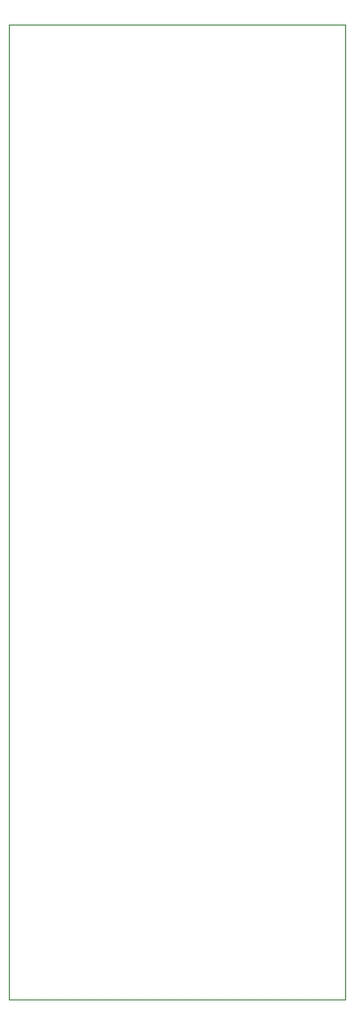
<source format=gm1>
G04 #@! TF.FileFunction,Profile,NP*
%FSLAX46Y46*%
G04 Gerber Fmt 4.6, Leading zero omitted, Abs format (unit mm)*
G04 Created by KiCad (PCBNEW (2016-08-20 BZR 7083)-product) date Sun Feb  5 21:27:28 2017*
%MOMM*%
%LPD*%
G01*
G04 APERTURE LIST*
%ADD10C,0.100000*%
G04 APERTURE END LIST*
D10*
X0Y84000000D02*
X0Y0D01*
X29000000Y84000000D02*
X0Y84000000D01*
X29000000Y0D02*
X29000000Y84000000D01*
X0Y0D02*
X29000000Y0D01*
M02*

</source>
